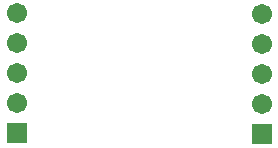
<source format=gbs>
%FSTAX26Y26*%
%MOIN*%
%SFA1B1*%

%IPPOS*%
%ADD36C,0.067060*%
%ADD37R,0.067060X0.067060*%
%LNunisolder52_oled-1*%
%LPD*%
G54D36*
X00409Y0026D03*
Y0016D03*
Y0006D03*
Y-0004D03*
X-00408Y00264D03*
Y00164D03*
Y00064D03*
Y-00036D03*
G54D37*
X00409Y-0014D03*
X-00408Y-00136D03*
M02*
</source>
